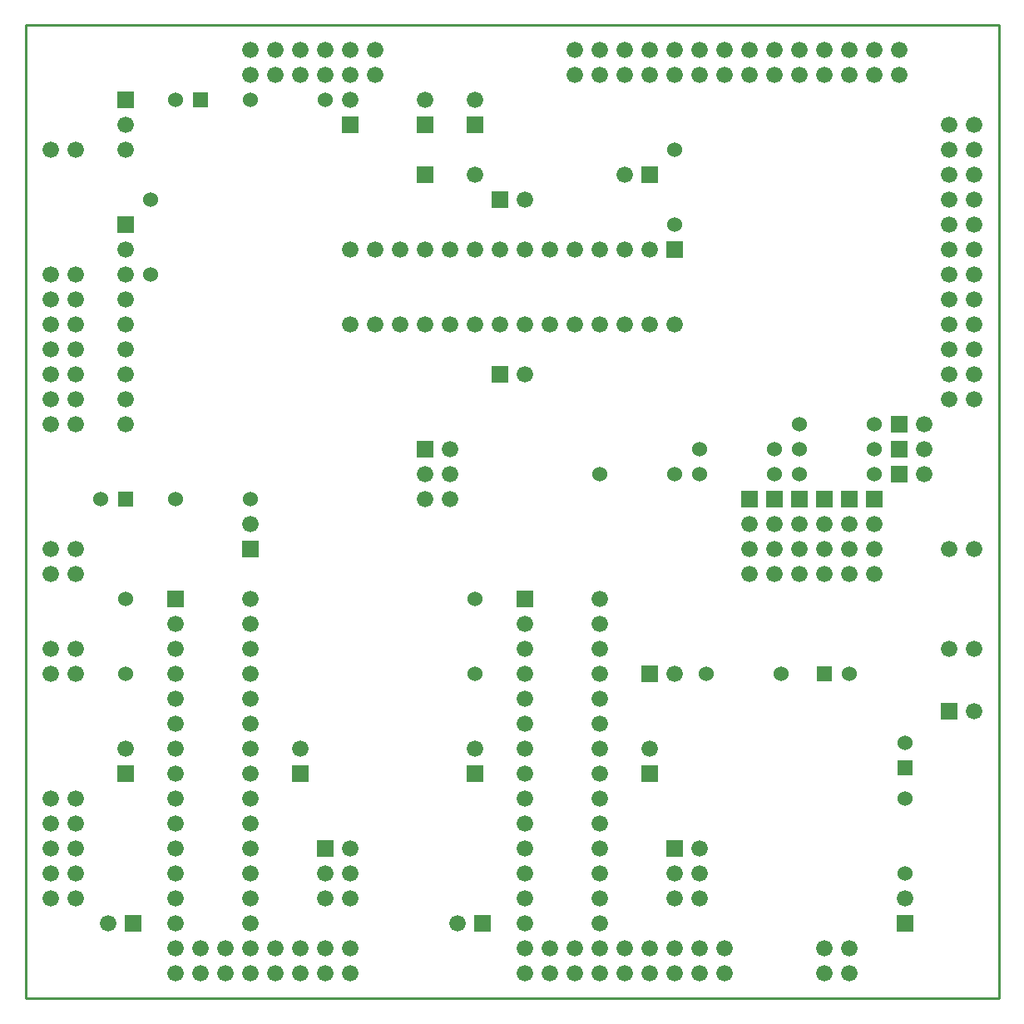
<source format=gbs>
G04 start of page 7 for group -4062 idx -4062 *
G04 Title: (unknown), soldermask *
G04 Creator: pcb 20140316 *
G04 CreationDate: Thu 03 Aug 2017 07:13:35 PM GMT UTC *
G04 For: root *
G04 Format: Gerber/RS-274X *
G04 PCB-Dimensions (mil): 6000.00 5000.00 *
G04 PCB-Coordinate-Origin: lower left *
%MOIN*%
%FSLAX25Y25*%
%LNBOTTOMMASK*%
%ADD49C,0.0600*%
%ADD48C,0.0660*%
%ADD47C,0.0001*%
%ADD46C,0.0100*%
G54D46*X0Y500000D02*X390000D01*
Y110000D02*X0D01*
Y500000D01*
X390000Y110000D02*Y500000D01*
G54D47*G36*
X36700Y423300D02*Y416700D01*
X43300D01*
Y423300D01*
X36700D01*
G37*
G54D48*X40000Y410000D03*
Y400000D03*
Y390000D03*
G54D47*G36*
X36700Y473300D02*Y466700D01*
X43300D01*
Y473300D01*
X36700D01*
G37*
G54D48*X40000Y460000D03*
Y450000D03*
X20000D03*
X10000D03*
X40000Y350000D03*
Y340000D03*
G54D47*G36*
X37000Y313000D02*Y307000D01*
X43000D01*
Y313000D01*
X37000D01*
G37*
G54D49*X30000Y310000D03*
G54D48*X20000Y280000D03*
Y250000D03*
Y240000D03*
X10000Y280000D03*
Y250000D03*
Y240000D03*
Y290000D03*
X20000D03*
G54D49*X50000Y400000D03*
Y430000D03*
G54D47*G36*
X126700Y463300D02*Y456700D01*
X133300D01*
Y463300D01*
X126700D01*
G37*
G54D48*X130000Y470000D03*
G54D49*X119980Y470048D03*
X89980D03*
G54D47*G36*
X67000Y473000D02*Y467000D01*
X73000D01*
Y473000D01*
X67000D01*
G37*
G54D49*X60000Y470000D03*
G54D48*X130000Y490000D03*
Y480000D03*
X120000D03*
Y490000D03*
X140000Y480000D03*
Y490000D03*
X110000D03*
Y480000D03*
X100000D03*
Y490000D03*
X90000D03*
Y480000D03*
X40000Y380000D03*
Y370000D03*
Y360000D03*
X20000Y350000D03*
Y360000D03*
Y370000D03*
Y340000D03*
X10000Y350000D03*
Y340000D03*
Y360000D03*
Y370000D03*
Y380000D03*
Y390000D03*
Y400000D03*
X20000Y380000D03*
Y390000D03*
Y400000D03*
G54D47*G36*
X256700Y173300D02*Y166700D01*
X263300D01*
Y173300D01*
X256700D01*
G37*
G54D48*X230000Y170000D03*
X270000D03*
X260000Y160000D03*
Y150000D03*
X230000D03*
Y160000D03*
G54D47*G36*
X246700Y203300D02*Y196700D01*
X253300D01*
Y203300D01*
X246700D01*
G37*
G54D48*X250000Y210000D03*
G54D47*G36*
X246700Y243300D02*Y236700D01*
X253300D01*
Y243300D01*
X246700D01*
G37*
G54D48*X260000Y240000D03*
G54D49*X272763Y240180D03*
G54D48*X200000Y170000D03*
G54D49*X352500Y160000D03*
G54D48*Y150000D03*
G54D47*G36*
X316700Y313300D02*Y306700D01*
X323300D01*
Y313300D01*
X316700D01*
G37*
G36*
X306700D02*Y306700D01*
X313300D01*
Y313300D01*
X306700D01*
G37*
G36*
X336700D02*Y306700D01*
X343300D01*
Y313300D01*
X336700D01*
G37*
G54D48*X310000Y290000D03*
Y280000D03*
G54D47*G36*
X296700Y313300D02*Y306700D01*
X303300D01*
Y313300D01*
X296700D01*
G37*
G54D48*X300000Y300000D03*
G54D47*G36*
X286700Y313300D02*Y306700D01*
X293300D01*
Y313300D01*
X286700D01*
G37*
G54D48*X290000Y300000D03*
X320000D03*
X310000D03*
X330000D03*
X340000D03*
Y290000D03*
Y280000D03*
X300000Y290000D03*
Y280000D03*
X290000Y290000D03*
Y280000D03*
G54D47*G36*
X326700Y313300D02*Y306700D01*
X333300D01*
Y313300D01*
X326700D01*
G37*
G54D48*X330000Y290000D03*
Y280000D03*
X230000Y220000D03*
Y230000D03*
Y240000D03*
Y250000D03*
Y260000D03*
Y270000D03*
Y180000D03*
Y190000D03*
Y200000D03*
Y210000D03*
X320000Y290000D03*
Y280000D03*
X370000Y290000D03*
X380000D03*
G54D49*X302763Y240180D03*
G54D47*G36*
X317000Y243000D02*Y237000D01*
X323000D01*
Y243000D01*
X317000D01*
G37*
G54D49*X330000Y240000D03*
G54D48*X370000Y250000D03*
X380000D03*
G54D49*X352500Y190000D03*
G54D47*G36*
X349500Y205500D02*Y199500D01*
X355500D01*
Y205500D01*
X349500D01*
G37*
G54D49*X352500Y212500D03*
G54D47*G36*
X366700Y228300D02*Y221700D01*
X373300D01*
Y228300D01*
X366700D01*
G37*
G54D48*X380000Y225000D03*
G54D49*X260000Y420000D03*
G54D47*G36*
X256700Y413300D02*Y406700D01*
X263300D01*
Y413300D01*
X256700D01*
G37*
G54D48*X250000Y410000D03*
X240000D03*
X230000D03*
X220000D03*
X210000D03*
X200000D03*
X190000D03*
X180000D03*
X170000D03*
X160000D03*
Y380000D03*
X170000D03*
X180000D03*
X190000D03*
X200000D03*
X210000D03*
X220000D03*
X230000D03*
X150000Y410000D03*
X140000D03*
X130000D03*
X140000Y380000D03*
X150000D03*
X250000D03*
X130000D03*
G54D47*G36*
X346700Y323300D02*Y316700D01*
X353300D01*
Y323300D01*
X346700D01*
G37*
G54D48*X360000Y320000D03*
G54D49*X340000D03*
X310000D03*
X300000D03*
X270000D03*
G54D47*G36*
X346700Y333300D02*Y326700D01*
X353300D01*
Y333300D01*
X346700D01*
G37*
G36*
Y343300D02*Y336700D01*
X353300D01*
Y343300D01*
X346700D01*
G37*
G54D48*X360000Y330000D03*
Y340000D03*
X370000Y350000D03*
X380000D03*
G54D49*X340028Y330083D03*
X340000Y340000D03*
X310028Y330083D03*
X310000Y340000D03*
X300018Y330031D03*
X270018D03*
G54D48*X370000Y400000D03*
X380000D03*
Y410000D03*
X370000D03*
Y390000D03*
X380000D03*
X370000Y380000D03*
Y370000D03*
Y360000D03*
X380000D03*
Y370000D03*
Y380000D03*
X370000Y420000D03*
X380000D03*
Y430000D03*
X370000D03*
Y440000D03*
Y450000D03*
Y460000D03*
X380000Y440000D03*
Y450000D03*
Y460000D03*
X350000Y480000D03*
Y490000D03*
X340000D03*
Y480000D03*
X330000Y490000D03*
X320000D03*
X310000D03*
X330000Y480000D03*
X320000D03*
X310000D03*
X300000D03*
X290000D03*
X280000D03*
X300000Y490000D03*
X290000D03*
X280000D03*
X270000Y480000D03*
X260000D03*
X250000D03*
X240000D03*
X230000D03*
X220000D03*
X270000Y490000D03*
X260000D03*
X250000D03*
X240000D03*
X230000D03*
X220000D03*
G54D47*G36*
X156700Y443300D02*Y436700D01*
X163300D01*
Y443300D01*
X156700D01*
G37*
G54D48*X180000Y440000D03*
G54D47*G36*
X156700Y463300D02*Y456700D01*
X163300D01*
Y463300D01*
X156700D01*
G37*
G36*
X176700D02*Y456700D01*
X183300D01*
Y463300D01*
X176700D01*
G37*
G54D48*X160000Y470000D03*
X180000D03*
G54D47*G36*
X186700Y433300D02*Y426700D01*
X193300D01*
Y433300D01*
X186700D01*
G37*
G54D48*X200000Y430000D03*
G54D47*G36*
X186700Y363300D02*Y356700D01*
X193300D01*
Y363300D01*
X186700D01*
G37*
G54D48*X200000Y360000D03*
G54D49*X260000Y320000D03*
X230000D03*
G54D47*G36*
X156700Y333300D02*Y326700D01*
X163300D01*
Y333300D01*
X156700D01*
G37*
G54D48*X170000Y330000D03*
X160000Y320000D03*
X170000D03*
X160000Y310000D03*
X170000D03*
G54D49*X90081Y309972D03*
X60081D03*
G54D48*X240000Y380000D03*
X260000D03*
G54D49*Y450000D03*
G54D47*G36*
X246700Y443300D02*Y436700D01*
X253300D01*
Y443300D01*
X246700D01*
G37*
G54D48*X240000Y440000D03*
G54D47*G36*
X39700Y143300D02*Y136700D01*
X46300D01*
Y143300D01*
X39700D01*
G37*
G54D48*X60000Y210000D03*
Y200000D03*
Y190000D03*
Y180000D03*
Y170000D03*
Y160000D03*
Y150000D03*
Y140000D03*
Y130000D03*
Y120000D03*
X70000Y130000D03*
Y120000D03*
X33000Y140000D03*
X60000Y220000D03*
G54D47*G36*
X36700Y203300D02*Y196700D01*
X43300D01*
Y203300D01*
X36700D01*
G37*
G54D48*X40000Y210000D03*
X20000Y190000D03*
Y180000D03*
Y170000D03*
Y160000D03*
Y150000D03*
X10000Y190000D03*
Y180000D03*
Y170000D03*
Y160000D03*
Y150000D03*
X90000D03*
Y160000D03*
Y170000D03*
Y180000D03*
Y190000D03*
Y200000D03*
Y210000D03*
G54D47*G36*
X106700Y203300D02*Y196700D01*
X113300D01*
Y203300D01*
X106700D01*
G37*
G54D48*X110000Y210000D03*
X90000Y220000D03*
Y230000D03*
Y240000D03*
Y250000D03*
Y260000D03*
Y270000D03*
G54D47*G36*
X86700Y293300D02*Y286700D01*
X93300D01*
Y293300D01*
X86700D01*
G37*
G54D48*X90000Y300000D03*
G54D47*G36*
X56700Y273300D02*Y266700D01*
X63300D01*
Y273300D01*
X56700D01*
G37*
G54D48*X60000Y260000D03*
Y250000D03*
Y240000D03*
Y230000D03*
G54D49*X40000Y240000D03*
Y270000D03*
G54D47*G36*
X116700Y173300D02*Y166700D01*
X123300D01*
Y173300D01*
X116700D01*
G37*
G54D48*X120000Y160000D03*
Y150000D03*
X130000Y170000D03*
Y160000D03*
Y150000D03*
Y130000D03*
Y120000D03*
X90000Y140000D03*
Y120000D03*
X120000Y130000D03*
Y120000D03*
X110000D03*
Y130000D03*
X100000Y120000D03*
X80000Y130000D03*
Y120000D03*
X90000Y130000D03*
X100000D03*
G54D47*G36*
X179700Y143300D02*Y136700D01*
X186300D01*
Y143300D01*
X179700D01*
G37*
G54D48*X200000Y160000D03*
Y150000D03*
Y140000D03*
X173000D03*
X230000D03*
X200000Y130000D03*
X210000D03*
X220000D03*
X230000D03*
G54D49*X180000Y240000D03*
G54D47*G36*
X176700Y203300D02*Y196700D01*
X183300D01*
Y203300D01*
X176700D01*
G37*
G54D48*X180000Y210000D03*
G54D49*Y270000D03*
G54D47*G36*
X196700Y273300D02*Y266700D01*
X203300D01*
Y273300D01*
X196700D01*
G37*
G54D48*X200000Y250000D03*
Y240000D03*
Y230000D03*
Y220000D03*
Y210000D03*
Y200000D03*
Y190000D03*
Y180000D03*
Y260000D03*
X270000Y160000D03*
Y150000D03*
G54D47*G36*
X349200Y143300D02*Y136700D01*
X355800D01*
Y143300D01*
X349200D01*
G37*
G54D48*X270000Y130000D03*
X280000D03*
X320000D03*
X330000D03*
X270000Y120000D03*
X280000D03*
X320000D03*
X330000D03*
X260000Y130000D03*
X250000D03*
X240000D03*
X260000Y120000D03*
X250000D03*
X240000D03*
X230000D03*
X220000D03*
X210000D03*
X200000D03*
M02*

</source>
